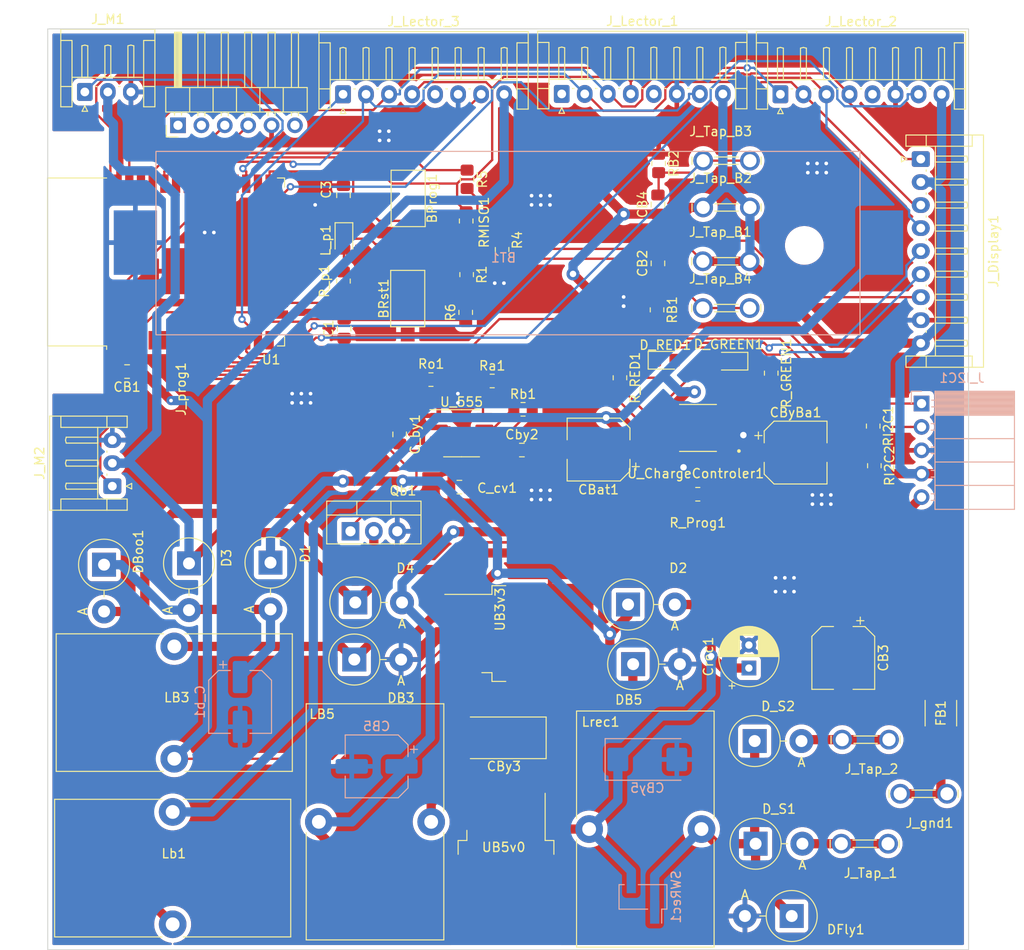
<source format=kicad_pcb>
(kicad_pcb (version 20211014) (generator pcbnew)
  (layers (0 "F.Cu" signal) (31 "B.Cu" signal) (34 "B.Paste" user) (35 "F.Paste" user) (36 "B.SilkS" user "B.Silkscreen") (37 "F.SilkS" user "F.Silkscreen") (38 "B.Mask" user) (39 "F.Mask" user) (44 "Edge.Cuts" user))
  (net 0 "")
  (net 1 "GND")
  (net 2 "Net-(BProg1-Pad1)")
  (net 3 "Net-(BRst1-Pad2)")
  (net 6 "/PowerModule/Battery Charge/Vo_bat")
  (net 7 "/En")
  (net 8 "/IO0")
  (net 9 "+3V3")
  (net 10 "/Butt_No_D")
  (net 11 "/Butt_D")
  (net 13 "/PowerModule/Buck5v0")
  (net 21 "/PowerModule/Boost_batt/TT")
  (net 22 "/PowerModule/Buck3v3/v_in")
  (net 23 "/PowerModule/Vo_rec")
  (net 24 "Net-(C_by1-Pad2)")
  (net 25 "/PowerModule/Boost5v0")
  (net 27 "Net-(C_cv1-Pad1)")
  (net 28 "+5V")
  (net 29 "Net-(DB3-Pad1)")
  (net 30 "Net-(DB5-Pad1)")
  (net 31 "Net-(DFly1-Pad1)")
  (net 32 "Net-(D_GREEN1-Pad1)")
  (net 33 "Net-(D_RED1-Pad1)")
  (net 34 "Net-(D_RED1-Pad2)")
  (net 35 "/PowerModule/Tap_1")
  (net 36 "/PowerModule/Tab_2")
  (net 37 "/PowerModule/R_Gnd")
  (net 38 "/MISO")
  (net 39 "/SCK")
  (net 40 "/MOSI")
  (net 41 "/D{slash}C")
  (net 42 "/Rst_D")
  (net 43 "/CS_Display")
  (net 44 "/I2C2")
  (net 45 "/I2C1")
  (net 46 "/CS_Lector1")
  (net 48 "/Rst_1")
  (net 49 "/CS_Lector2")
  (net 51 "/Rst_2")
  (net 52 "/CS_Lector3")
  (net 54 "/Rst_3")
  (net 55 "/PWM_M1")
  (net 56 "/PWM_M2")
  (net 59 "/Prog_Rx")
  (net 60 "/Prog_Tx")
  (net 62 "Net-(L_p1-Pad2)")
  (net 63 "/PowerModule/Boost_batt/PWM")
  (net 64 "Net-(Ra1-Pad2)")
  (net 65 "STDBY")
  (net 66 "/IO13")
  (net 67 "Net-(R_Prog1-Pad1)")
  (net 68 "CHRG")
  (net 69 "/CS_Lector_1")
  (net 71 "Net-(DBoo1-Pad2)")
  (footprint "Connector_JST:JST_EH_S8B-EH_1x08_P2.50mm_Horizontal" (layer "F.Cu") (at 151.524 47.4905)
    (fp_text reference "J_Lector_2")
    (fp_text value "Conn_01x08")
  )
  (footprint "Resistor_SMD:R_1812_4532Metric_Pad1.30x3.40mm_HandSolder" (layer "F.Cu") (at 168.95 114.7 90)
    (fp_text reference "FB1")
    (fp_text value "FerriteBead")
  )
  (footprint "Diode_THT:D_DO-201AE_P5.08mm_Vertical_AnodeUp" (layer "F.Cu") (at 96.15 98.35 -90)
    (fp_text reference "D1")
    (fp_text value "1N5822")
  )
  (footprint "Capacitor_SMD:C_0805_2012Metric_Pad1.18x1.45mm_HandSolder" (layer "F.Cu") (at 104.15 72.9375 90)
    (fp_text reference "C1")
    (fp_text value "100nF")
  )
  (footprint "Capacitor_SMD:C_0805_2012Metric_Pad1.18x1.45mm_HandSolder" (layer "F.Cu") (at 138.225 59.4625 90)
    (fp_text reference "CB4")
    (fp_text value "100nF")
  )
  (footprint "Capacitor_SMD:C_0805_2012Metric_Pad1.18x1.45mm_HandSolder" (layer "F.Cu") (at 80.575 77.6 180)
    (fp_text reference "CB1")
    (fp_text value "100nF")
  )
  (footprint "Connector_JST:JST_EH_S8B-EH_1x08_P2.50mm_Horizontal" (layer "F.Cu") (at 127.775 47.4525)
    (fp_text reference "J_Lector_1")
    (fp_text value "Conn_01x08")
  )
  (footprint "Diode_THT:D_DO-201AE_P5.08mm_Vertical_AnodeUp" (layer "F.Cu") (at 152.75 136.725 180)
    (fp_text reference "DFly1")
    (fp_text value "1N5822")
  )
  (footprint "Resistor_SMD:R_0805_2012Metric_Pad1.20x1.40mm_HandSolder" (layer "F.Cu") (at 120.225 78.625)
    (fp_text reference "Ra1")
    (fp_text value "47")
  )
  (footprint "Capacitor_Tantalum_SMD:CP_EIA-7343-43_Kemet-X_Pad2.25x2.55mm_HandSolder" (layer "F.Cu") (at 121.5 117.375 180)
    (fp_text reference "CBy3")
    (fp_text value "47u")
  )
  (footprint "Capacitor_SMD:C_0805_2012Metric_Pad1.18x1.45mm_HandSolder" (layer "F.Cu") (at 104.075 58.45 90)
    (fp_text reference "C3")
    (fp_text value "100nF")
  )
  (footprint "62409-1_Connector_Faston:TE_62409-1" (layer "F.Cu") (at 167.075 123.45 180)
    (fp_text reference "J_gnd1")
    (fp_text value "62409-1")
  )
  (footprint "Inductor_THT:L_Toroid_Vertical_L25.4mm_W14.7mm_P12.20mm_Vishay_TJ5_BigPads" (layer "F.Cu") (at 85.7 107.45)
    (fp_text reference "LB3")
    (fp_text value "100u")
  )
  (footprint "Inductor_THT:L_Toroid_Vertical_L25.4mm_W14.7mm_P12.20mm_Vishay_TJ5_BigPads" (layer "F.Cu") (at 85.525 125.425)
    (fp_text reference "Lb1")
    (fp_text value "100u")
  )
  (footprint "Diode_THT:D_DO-201AE_P5.08mm_Vertical_AnodeUp" (layer "F.Cu") (at 87.3 98.43 -90)
    (fp_text reference "D3")
    (fp_text value "1N5822")
  )
  (footprint "Connector_JST:JST_EH_S8B-EH_1x08_P2.50mm_Horizontal" (layer "F.Cu") (at 104.026 47.4905)
    (fp_text reference "J_Lector_3")
    (fp_text value "Conn_01x08")
  )
  (footprint "Resistor_SMD:R_0805_2012Metric_Pad1.20x1.40mm_HandSolder" (layer "F.Cu") (at 138.3 55 -90)
    (fp_text reference "RB2")
    (fp_text value "10K")
  )
  (footprint "Resistor_SMD:R_0805_2012Metric_Pad1.20x1.40mm_HandSolder" (layer "F.Cu") (at 161.6 83.525 -90)
    (fp_text reference "RI2C1")
    (fp_text value "10k")
  )
  (footprint "Capacitor_SMD:C_0805_2012Metric_Pad1.18x1.45mm_HandSolder" (layer "F.Cu") (at 138.225 65.85 90)
    (fp_text reference "CB2")
    (fp_text value "100nF")
  )
  (footprint "Resistor_SMD:R_0805_2012Metric_Pad1.20x1.40mm_HandSolder" (layer "F.Cu") (at 123.575 81.7)
    (fp_text reference "Rb1")
    (fp_text value "100")
  )
  (footprint "62409-1_Connector_Faston:TE_62409-1" (layer "F.Cu") (at 145.675 59.78)
    (fp_text reference "J_Tap_B2")
    (fp_text value "62409-1")
  )
  (footprint "Resistor_SMD:R_0805_2012Metric_Pad1.20x1.40mm_HandSolder" (layer "F.Cu") (at 117.35 71.175 90)
    (fp_text reference "R6")
    (fp_text value "220")
  )
  (footprint "Resistor_SMD:R_0805_2012Metric_Pad1.20x1.40mm_HandSolder" (layer "F.Cu") (at 134.1 78.275 -90)
    (fp_text reference "R_RED1")
    (fp_text value "1k")
  )
  (footprint "Connector_JST:JST_EH_S9B-EH_1x09_P2.50mm_Horizontal" (layer "F.Cu") (at 166.7675 54.525 -90)
    (fp_text reference "J_Display1")
    (fp_text value "Conn_01x09")
  )
  (footprint "Resistor_SMD:R_0805_2012Metric_Pad1.20x1.40mm_HandSolder" (layer "F.Cu") (at 117.5 56.725 -90)
    (fp_text reference "R5")
    (fp_text value "220")
  )
  (footprint "Capacitor_SMD:CP_Elec_6.3x5.8" (layer "F.Cu") (at 131.775 86.075 180)
    (fp_text reference "CBat1")
    (fp_text value "10u")
  )
  (footprint "TP4056_Bcharge:SOP127P600X175-9N" (layer "F.Cu") (at 142.575 83.725 180)
    (fp_text reference "U_ChargeControler1")
    (fp_text value "TP4056")
  )
  (footprint "62409-1_Connector_Faston:TE_62409-1" (layer "F.Cu") (at 145.675 54.7)
    (fp_text reference "J_Tap_B3")
    (fp_text value "62409-1")
  )
  (footprint "62409-1_Connector_Faston:TE_62409-1" (layer "F.Cu") (at 145.64 65.625)
    (fp_text reference "J_Tap_B1")
    (fp_text value "62409-1")
  )
  (footprint "Package_SO:SOIC-8_3.9x4.9mm_P1.27mm" (layer "F.Cu") (at 116.9 84.3)
    (fp_text reference "U_555")
    (fp_text value "LM555xM")
  )
  (footprint "LED_SMD:LED_0805_2012Metric_Pad1.15x1.40mm_HandSolder" (layer "F.Cu") (at 139.025 76.375)
    (fp_text reference "D_RED1")
    (fp_text value "LED")
  )
  (footprint "Capacitor_SMD:CP_Elec_6.3x5.8" (layer "F.Cu") (at 153.175 86.4)
    (fp_text reference "CByBa1")
    (fp_text value "10u")
  )
  (footprint "62409-1_Connector_Faston:TE_62409-1" (layer "F.Cu") (at 160.675 128.875 180)
    (fp_text reference "J_Tap_1")
    (fp_text value "62409-1")
  )
  (footprint "LED_SMD:LED_0805_2012Metric_Pad1.15x1.40mm_HandSolder" (layer "F.Cu") (at 104.125 63.3 -90)
    (fp_text reference "L_p1")
    (fp_text value "LED")
  )
  (footprint "Resistor_SMD:R_0805_2012Metric_Pad1.20x1.40mm_HandSolder" (layer "F.Cu") (at 142.55 90.925)
    (fp_text reference "R_Prog1")
    (fp_text value "10k")
  )
  (footprint "RF_Module:ESP32-WROOM-32" (layer "F.Cu") (at 87.8 65.7 90)
    (fp_text reference "U1")
    (fp_text value "ESP32-WROOM-32")
  )
  (footprint "Diode_THT:D_DO-201AE_P5.08mm_Vertical_AnodeUp" (layer "F.Cu") (at 78.075 98.575 -90)
    (fp_text reference "DBoo1")
    (fp_text value "1N5819")
  )
  (footprint "Capacitor_SMD:C_0805_2012Metric_Pad1.18x1.45mm_HandSolder" (layer "F.Cu") (at 116.6625 90.15 180)
    (fp_text reference "C_cv1")
    (fp_text value "10n")
  )
  (footprint "Diode_THT:D_DO-201AE_P5.08mm_Vertical_AnodeUp" (layer "F.Cu") (at 134.98 102.9)
    (fp_text reference "D2")
    (fp_text value "1N5822")
  )
  (footprint "LED_SMD:LED_0805_2012Metric_Pad1.15x1.40mm_HandSolder" (layer "F.Cu") (at 146.125 76.475 180)
    (fp_text reference "D_GREEN1")
    (fp_text value "LED")
  )
  (footprint "Package_TO_SOT_SMD:TO-263-5_TabPin3" (layer "F.Cu") (at 123.15 106.05)
    (fp_text reference "UB3v3")
    (fp_text value "LM2576S-5")
  )
  (footprint "Inductor_THT:L_Toroid_Vertical_L25.4mm_W14.7mm_P12.20mm_Vishay_TJ5_BigPads" (layer "F.Cu") (at 113.6 126.5 -90)
    (fp_text reference "LB5")
    (fp_text value "100u")
  )
  (footprint "Capacitor_THT:CP_Radial_D6.3mm_P2.50mm" (layer "F.Cu") (at 148.1 109.8 90)
    (fp_text reference "Crec1")
    (fp_text value "100u")
  )
  (footprint "Diode_THT:D_DO-201AE_P5.08mm_Vertical_AnodeUp" (layer "F.Cu") (at 148.83 128.875)
    (fp_text reference "D_S1")
    (fp_text value "1N5822")
  )
  (footprint "Resistor_SMD:R_0805_2012Metric_Pad1.20x1.40mm_HandSolder" (layer "F.Cu") (at 161.725 87.825 -90)
    (fp_text reference "RI2C2")
    (fp_text value "10k")
  )
  (footprint "Resistor_SMD:R_0805_2012Metric_Pad1.20x1.40mm_HandSolder" (layer "F.Cu") (at 121.3 64.35 -90)
    (fp_text reference "R4")
    (fp_text value "10K")
  )
  (footprint "Resistor_SMD:R_0805_2012Metric_Pad1.20x1.40mm_HandSolder" (layer "F.Cu") (at 104.075 67.775 -90)
    (fp_text reference "R_p1")
    (fp_text value "47")
  )
  (footprint "Button_Switch_SMD:SW_SPST_CK_RS282G05A3" (layer "F.Cu") (at 111.05 69.675 90)
    (fp_text reference "BRst1")
    (fp_text value "SW_DIP_x01")
  )
  (footprint "Button_Switch_SMD:SW_SPST_CK_RS282G05A3" (layer "F.Cu") (at 111.1 58.8 -90)
    (fp_text reference "BProg1")
    (fp_text value "SW_DIP_x02")
  )
  (footprint "Capacitor_SMD:C_0805_2012Metric_Pad1.18x1.45mm_HandSolder" (layer "F.Cu") (at 123.45 86.125)
    (fp_text reference "Cby2")
    (fp_text value "0.1u")
  )
  (footprint "Resistor_SMD:R_0805_2012Metric_Pad1.20x1.40mm_HandSolder" (layer "F.Cu") (at 150.525 77.775 -90)
    (fp_text reference "R_GREEN1")
    (fp_text value "1k")
  )
  (footprint "Package_TO_SOT_SMD:TO-263-5_TabPin3" (layer "F.Cu") (at 121.725 131.475 -90)
    (fp_text reference "UB5v0")
    (fp_text value "LM2576S-5")
  )
  (footprint "Resistor_SMD:R_0805_2012Metric_Pad1.20x1.40mm_HandSolder" (layer "F.Cu") (at 113.575 78.475 180)
    (fp_text reference "Ro1")
    (fp_text value "1k")
  )
  (footprint "Connector_JST:JST_EH_S3B-EH_1x03_P2.50mm_Horizontal" (layer "F.Cu") (at 78.975 90.05 90)
    (fp_text reference "J_M2")
    (fp_text value "Conn_01x03")
  )
  (footprint "Capacitor_SMD:C_0805_2012Metric_Pad1.18x1.45mm_HandSolder" (layer "F.Cu") (at 110.175 84.425 -90)
    (fp_text reference "C_by1")
    (fp_text value "10n")
  )
  (footprint "62409-1_Connector_Faston:TE_62409-1" (layer "F.Cu") (at 145.64 70.705)
    (fp_text reference "J_Tap_B4")
    (fp_text value "62409-1")
  )
  (footprint "Resistor_SMD:R_0805_2012Metric_Pad1.20x1.40mm_HandSolder" (layer "F.Cu") (at 117.4 61.25 -90)
    (fp_text reference "RMISO1")
    (fp_text value "10k")
  )
  (footprint "Connector_JST:JST_EH_S3B-EH_1x03_P2.50mm_Horizontal" (layer "F.Cu") (at 75.986 47.2365)
    (fp_text reference "J_M1")
    (fp_text value "Conn_01x03")
  )
  (footprint "Capacitor_SMD:CP_Elec_6.3x5.8" (layer "F.Cu") (at 158.35 108.7 -90)
    (fp_text reference "CB3")
    (fp_text value "22u")
  )
  (footprint "Connector_PinHeader_2.54mm:PinHeader_1x06_P2.54mm_Horizontal" (layer "F.Cu") (at 86.106 50.857 90)
    (fp_text reference "J_prog1")
    (fp_text value "Conn_01x06_Male")
  )
  (footprint "Diode_THT:D_DO-201AE_P5.08mm_Vertical_AnodeUp" (layer "F.Cu") (at 105.25 108.875)
    (fp_text reference "DB3")
    (fp_text value "1N5822")
  )
  (footprint "Package_TO_SOT_THT:TO-220-3_Vertical" (layer "F.Cu") (at 104.835 94.945)
    (fp_text reference "Qb1")
    (fp_text value "IRF740")
  )
  (footprint "Resistor_SMD:R_0805_2012Metric_Pad1.20x1.40mm_HandSolder" (layer "F.Cu") (at 117.45 67.075 -90)
    (fp_text reference "R1")
    (fp_text value "10K")
  )
  (footprint "Resistor_SMD:R_0805_2012Metric_Pad1.20x1.40mm_HandSolder" (layer "F.Cu") (at 138.125 70.9 -90)
    (fp_text reference "RB1")
    (fp_text value "10K")
  )
  (footprint "Diode_THT:D_DO-201AE_P5.08mm_Vertical_AnodeUp" (layer "F.Cu") (at 135.53 109.375)
    (fp_text reference "DB5")
    (fp_text value "1N5822")
  )
  (footprint "Inductor_THT:L_Toroid_Vertical_L25.4mm_W14.7mm_P12.20mm_Vishay_TJ5_BigPads" (layer "F.Cu") (at 142.954 127.284 -90)
    (fp_text reference "Lrec1")
    (fp_text value "440m")
  )
  (footprint "Diode_THT:D_DO-201AE_P5.08mm_Vertical_AnodeUp" (layer "F.Cu") (at 105.355 102.675)
    (fp_text reference "D4")
    (fp_text value "1N5822")
  )
  (footprint "62409-1_Connector_Faston:TE_62409-1" (layer "F.Cu") (at 160.775 117.575 180)
    (fp_text reference "J_Tap_2")
    (fp_text value "62409-1")
  )
  (footprint "Diode_THT:D_DO-201AE_P5.08mm_Vertical_AnodeUp" (layer "F.Cu") (at 148.73 117.725)
    (fp_text reference "D_S2")
    (fp_text value "1N5822")
  )
  (footprint "Battery:BatteryHolder_MPD_BH-18650-PC2" (layer "B.Cu") (at 159.15 63.875 180)
    (fp_text reference "BT1")
    (fp_text value "Battery_Cell")
  )
  (footprint "Capacitor_SMD:CP_Elec_6.3x5.8" (layer "B.Cu") (at 107.675 120.475 180)
    (fp_text reference "CB5")
    (fp_text value "22u")
  )
  (footprint "Capacitor_SMD:CP_Elec_6.3x5.8" (layer "B.Cu") (at 92.85 113.475 -90)
    (fp_text reference "C_b1")
    (fp_text value "C_Polarized")
  )
  (footprint "Connector_PinHeader_2.54mm:PinHeader_1x02_P2.54mm_Vertical_SMD_Pin1Left" (layer "B.Cu") (at 136.6 134.65 90)
    (fp_text reference "SWRec1")
    (fp_text value "SW_DIP_x01")
  )
  (footprint "Connector_PinSocket_2.54mm:PinSocket_1x05_P2.54mm_Horizontal" (layer "B.Cu") (at 166.85 81.075 180)
    (fp_text reference "J_I2C1")
    (fp_text value "Conn_01x05_Male")
  )
  (footprint "Capacitor_Tantalum_SMD:CP_EIA-7343-43_Kemet-X_Pad2.25x2.55mm_HandSolder" (layer "B.Cu") (at 137.075 119.725)
    (fp_text reference "CBy5")
    (fp_text value "47u")
  )
  (gr_rect (start 171.958 140.386) (end 71.958 40.386) (layer "Edge.Cuts") (width 0.1) (fill none))
  (segment (start 146.09 83.09) (end 147.5 84.5) (width 1) (layer "F.Cu") (net 1))
  (segment (start 145.05 83.09) (end 146.09 83.09) (width 1) (layer "F.Cu") (net 1))
  (segment (start 145.05 85.63) (end 142.68 88) (width 1) (layer "F.Cu") (net 1))
  (segment (start 142.68 88) (end 141 88) (width 1) (layer "F.Cu") (net 1))
  (via (at 151 100) (size 0.8) (drill 0.4) (layers "F.Cu" "B.Cu") (net 1))
  (via (at 147.5 84.5) (size 1.4) (drill 0.7) (layers "F.Cu" "B.Cu") (net 1))
  (via (at 156 92) (size 0.8) (drill 0.4) (layers "F.Cu" "B.Cu") (net 1))
  (via (at 99.5 81) (size 0.8) (drill 0.4) (layers "F.Cu" "B.Cu") (net 1))
  (via (at 89 62.5) (size 0.8) (drill 0.4) (layers "F.Cu" "B.Cu") (net 1))
  (via (at 152 100) (size 0.8) (drill 0.4) (layers "F.Cu" "B.Cu") (net 1))
  (via (at 155.5 56) (size 0.8) (drill 0.4) (layers "F.Cu" "B.Cu") (net 1))
  (via (at 126.5 59.5) (size 0.8) (drill 0.4) (layers "F.Cu" "B.Cu") (net 1))
  (via (at 108 52.5) (size 0.8) (drill 0.4) (layers "F.Cu" "B.Cu") (net 1))
  (via (at 157 92) (size 0.8) (drill 0.4) (layers "F.Cu" "B.Cu") (net 1))
  (via (at 154.5 56) (size 0.8) (drill 0.4) (layers "F.Cu" "B.Cu") (net 1))
  (via (at 134.5 69.5) (size 0.8) (drill 0.4) (layers "F.Cu" "B.Cu") (net 1))
  (via (at 108 51.5) (size 0.8) (drill 0.4) (layers "F.Cu" "B.Cu") (net 1))
  (via (at 116.5 81) (size 0.8) (drill 0.4) (layers "F.Cu" "B.Cu") (net 1))
  (via (at 124.5 58.5) (size 0.8) (drill 0.4) (layers "F.Cu" "B.Cu") (net 1))
  (via (at 90 62.5) (size 0.8) (drill 0.4) (layers "F.Cu" "B.Cu") (net 1))
  (via (at 124.5 59.5) (size 0.8) (drill 0.4) (layers "F.Cu" "B.Cu") (net 1))
  (via (at 153 100) (size 0.8) (drill 0.4) (layers "F.Cu" "B.Cu") (net 1))
  (via (at 156.5 55) (size 0.8) (drill 0.4) (layers "F.Cu" "B.Cu") (net 1))
  (via (at 126.5 58.5) (size 0.8) (drill 0.4) (layers "F.Cu" "B.Cu") (net 1))
  (via (at 141 88) (size 1.4) (drill 0.7) (layers "F.Cu" "B.Cu") (net 1))
  (via (at 98.5 81) (size 0.8) (drill 0.4) (layers "F.Cu" "B.Cu") (net 1))
  (via (at 155.999999 90.999999) (size 0.8) (drill 0.4) (layers "F.Cu" "B.Cu") (net 1))
  (via (at 109 52.5) (size 0.8) (drill 0.4) (layers "F.Cu" "B.Cu") (net 1))
  (via (at 100.5 81) (size 0.8) (drill 0.4) (layers "F.Cu" "B.Cu") (net 1))
  (via (at 125.5 90.5) (size 0.8) (drill 0.4) (layers "F.Cu" "B.Cu") (net 1))
  (via (at 124.5 91.5) (size 0.8) (drill 0.4) (layers "F.Cu" "B.Cu") (net 1))
  (via (at 134.5 70.5) (size 0.8) (drill 0.4) (layers "F.Cu" "B.Cu") (net 1))
  (via (at 121.5 68) (size 0.8) (drill 0.4) (layers "F.Cu" "B.Cu") (net 1))
  (via (at 120.5 68) (size 0.8) (drill 0.4) (layers "F.Cu" "B.Cu") (net 1))
  (via (at 155 92) (size 0.8) (drill 0.4) (layers "F.Cu" "B.Cu") (net 1))
  (via (at 153 101.5) (size 0.8) (drill 0.4) (layers "F.Cu" "B.Cu") (net 1))
  (via (at 152 101.5) (size 0.8) (drill 0.4) (layers "F.Cu" "B.Cu") (net 1))
  (via (at 100.5 80) (size 0.8) (drill 0.4) (layers "F.Cu" "B.Cu") (net 1))
  (via (at 101 59.5) (size 0.8) (drill 0.4) (layers "F.Cu" "B.Cu") (net 1))
  (via (at 151 101.5) (size 0.8) (drill 0.4) (layers "F.Cu" "B.Cu") (net 1))
  (via (at 156.5 56) (size 0.8) (drill 0.4) (layers "F.Cu" "B.Cu") (net 1))
  (via (at 98.5 80) (size 0.8) (drill 0.4) (layers "F.Cu" "B.Cu") (net 1))
  (via (at 154.5 55) (size 0.8) (drill 0.4) (layers "F.Cu" "B.Cu") (net 1))
  (via (at 125.5 59.5) (size 0.8) (drill 0.4) (layers "F.Cu" "B.Cu") (net 1))
  (via (at 99.5 80) (size 0.8) (drill 0.4) (layers "F.Cu" "B.Cu") (net 1))
  (via (at 134.5 70.5) (size 0.8) (drill 0.4) (layers "F.Cu" "B.Cu") (net 1))
  (via (at 124.5 90.5) (size 0.8) (drill 0.4) (layers "F.Cu" "B.Cu") (net 1))
  (via (at 155 91) (size 0.8) (drill 0.4) (layers "F.Cu" "B.Cu") (net 1))
  (via (at 157 91) (size 0.8) (drill 0.4) (layers "F.Cu" "B.Cu") (net 1))
  (via (at 125.5 58.5) (size 0.8) (drill 0.4) (layers "F.Cu" "B.Cu") (net 1))
  (via (at 126.5 91.5) (size 0.8) (drill 0.4) (layers "F.Cu" "B.Cu") (net 1))
  (via (at 155.5 55) (size 0.8) (drill 0.4) (layers "F.Cu" "B.Cu") (net 1))
  (via (at 125.5 91.5) (size 0.8) (drill 0.4) (layers "F.Cu" "B.Cu") (net 1))
  (via (at 109 51.5) (size 0.8) (drill 0.4) (layers "F.Cu" "B.Cu") (net 1))
  (via (at 126.5 90.5) (size 0.8) (drill 0.4) (layers "F.Cu" "B.Cu") (net 1))
  (via (at 116.5 80) (size 0.8) (drill 0.4) (layers "F.Cu" "B.Cu") (net 1))
  (segment (start 113.0003 55.725) (end 117.5 55.725) (width 0.25) (layer "F.Cu") (net 2))
  (segment (start 111.1 54.9) (end 112.1753 54.9) (width 0.25) (layer "F.Cu") (net 2))
  (segment (start 112.1753 54.9) (end 113.0003 55.725) (width 0.25) (layer "F.Cu") (net 2))
  (segment (start 112.1253 65.775) (end 116.5253 70.175) (width 0.25) (layer "F.Cu") (net 3))
  (segment (start 111.05 65.775) (end 112.1253 65.775) (width 0.25) (layer "F.Cu") (net 3))
  (segment (start 116.5253 70.175) (end 117.35 70.175) (width 0.25) (layer "F.Cu") (net 3))
  (segment (start 134.475 84.475) (end 132.6 82.6) (width 1) (layer "F.Cu") (net 6))
  (segment (start 140.1 81.1) (end 141.4 79.8) (width 1) (layer "F.Cu") (net 6))
  (segment (start 134.475 86.075) (end 134.475 84.475) (width 1) (layer "F.Cu") (net 6))
  (segment (start 140.1 81.82) (end 140.1 81.1) (width 1) (layer "F.Cu") (net 6))
  (segment (start 141.4 79.8) (end 142.2 79.8) (width 1) (layer "F.Cu") (net 6))
  (via (at 132.6 82.6) (size 1.4) (drill 0.7) (layers "F.Cu" "B.Cu") (net 6))
  (via (at 142.2 79.8) (size 1.4) (drill 0.7) (layers "F.Cu" "B.Cu") (net 6))
  (segment (start 104.8 92) (end 114.2 82.6) (width 1) (layer "B.Cu") (net 6))
  (segment (start 134.2 82.6) (end 138.8 78) (width 1) (layer "B.Cu") (net 6))
  (segment (start 100.8 114.4) (end 100.8 94.4) (width 1) (layer "B.Cu") (net 6))
  (segment (start 140.6 79.8) (end 138.8 78) (width 1) (layer "B.Cu") (net 6))
  (segment (start 85.525 125.425) (end 89.775 125.425) (width 1) (layer "B.Cu") (net 6))
  (segment (start 114.2 82.6) (end 134.2 82.6) (width 1) (layer "B.Cu") (net 6))
  (segment (start 89.775 125.425) (end 100.8 114.4) (width 1) (layer "B.Cu") (net 6))
  (segment (start 142.2 79.8) (end 140.6 79.8) (width 1) (layer "B.Cu") (net 6))
  (segment (start 143.6 73.2) (end 154 73.2) (width 1) (layer "B.Cu") (net 6))
  (segment (start 162.5028 64.6972) (end 162.5028 63.599) (width 1) (layer "B.Cu") (net 6))
  (segment (start 100.8 94.4) (end 103.2 92) (width 1) (layer "B.Cu") (net 6))
  (segment (start 103.2 92) (end 104.8 92) (width 1) (layer "B.Cu") (net 6))
  (segment (start 154 73.2) (end 162.5028 64.6972) (width 1) (layer "B.Cu") (net 6))
  (segment (start 138.8 78) (end 143.6 73.2) (width 1) (layer "B.Cu") (net 6))
  (segment (start 117.35 71.9991) (end 104.2491 71.9991) (width 0.25) (layer "F.Cu") (net 7))
  (segment (start 93.7125 71.1587) (end 94.7442 72.1904) (width 0.25) (layer "F.Cu") (net 7))
  (segment (start 118.4236 69.0486) (end 118.4236 70.9255) (width 0.25) (layer "F.Cu") (net 7))
  (segment (start 118.4236 70.9255) (end 117.35 71.9991) (width 0.25) (layer "F.Cu") (net 7))
  (segment (start 117.35 71.9991) (end 117.35 72.175) (width 0.25) (layer "F.Cu") (net 7))
  (segment (start 117.45 68.075) (end 118.4236 69.0486) (width 0.25) (layer "F.Cu") (net 7))
  (segment (start 100.0922 72.1904) (end 100.3826 71.9) (width 0.25) (layer "F.Cu") (net 7))
  (segment (start 82.085 72.8747) (end 83.801 71.1587) (width 0.25) (layer "F.Cu") (net 7))
  (segment (start 100.3826 71.9) (end 104.15 71.9) (width 0.25) (layer "F.Cu") (net 7))
  (segment (start 82.085 74.2) (end 82.085 72.8747) (width 0.25) (layer "F.Cu") (net 7))
  (segment (start 83.801 71.1587) (end 93.7125 71.1587) (width 0.25) (layer "F.Cu") (net 7))
  (segment (start 104.2491 71.9991) (end 104.15 71.9) (width 0.25) (layer "F.Cu") (net 7))
  (segment (start 94.7442 72.1904) (end 100.0922 72.1904) (width 0.25) (layer "F.Cu") (net 7))
  (segment (start 118.6185 60.6685) (end 118.0489 61.2381) (width 0.25) (layer "F.Cu") (net 8))
  (segment (start 118.0489 61.2381) (end 107.9396 61.2381) (width 0.25) (layer "F.Cu") (net 8))
  (segment (start 104.259 55.8747) (end 105.132 56.7477) (width 0.25) (layer "F.Cu") (net 8))
  (segment (start 96.055 55.8747) (end 104.259 55.8747) (width 0.25) (layer "F.Cu") (net 8))
  (segment (start 105.132 58.4305) (end 104.075 59.4875) (width 0.25) (layer "F.Cu") (net 8))
  (segment (start 96.055 57.2) (end 96.055 55.8747) (width 0.25) (layer "F.Cu") (net 8))
  (segment (start 107.9396 61.2381) (end 105.132 58.4305) (width 0.25) (layer "F.Cu") (net 8))
  (segment (start 121.3 63.35) (end 118.6185 60.6685) (width 0.25) (layer "F.Cu") (net 8))
  (segment (start 105.132 56.7477) (end 105.132 58.4305) (width 0.25) (layer "F.Cu") (net 8))
  (segment (start 118.6185 58.8435) (end 118.6185 60.6685) (width 0.25) (layer "F.Cu") (net 8))
  (segment (start 117.5 57.725) (end 118.6185 58.8435) (width 0.25) (layer "F.Cu") (net 8))
  (segment (start 169 89.5) (end 169 95.35) (width 1) (layer "F.Cu") (net 9))
  (segment (start 102.8497 119.65) (end 85.7 119.65) (width 0.25) (layer "F.Cu") (net 9))
  (segment (start 114.7497 107.75) (end 102.8497 119.65) (width 0.25) (layer "F.Cu") (net 9))
  (segment (start 137.1736 65.35) (end 137.1736 65.8361) (width 0.25) (layer "F.Cu") (net 9))
  (segment (start 160.825 88.825) (end 159.5 87.5) (width 1) (layer "F.Cu") (net 9))
  (segment (start 82.1962 77.6) (end 85.3467 80.7505) (width 1) (layer "F.Cu") (net 9))
  (segment (start 141 60.5) (end 138.225 60.5) (width 1) (layer "F.Cu") (net 9))
  (segment (start 169 95.35) (end 158.35 106) (width 1) (layer "F.Cu") (net 9))
  (segment (start 141.72 59.78) (end 141 60.5) (width 1) (layer "F.Cu") (net 9))
  (segment (start 129 67) (end 130.5 68.5) (width 1) (layer "F.Cu") (net 9))
  (segment (start 80.815 76.8025) (end 81.6125 77.6) (width 1) (layer "F.Cu") (net 9))
  (segment (start 141.3618 63.8868) (end 137.4906 63.8868) (width 0.25) (layer "F.Cu") (net 9))
  (segment (start 168.195 88.695) (end 169 89.5) (width 1) (layer "F.Cu") (net 9))
  (segment (start 118.175 65.35) (end 117.45 66.075) (width 1) (layer "F.Cu") (net 9))
  (segment (start 80.815 74.2) (end 80.815 76.8025) (width 1) (layer "F.Cu") (net 9))
  (segment (start 132 68.5) (end 133.6125 66.8875) (width 1) (layer "F.Cu") (net 9))
  (segment (start 130.5 68.5) (end 132 68.5) (width 1) (layer "F.Cu") (net 9))
  (segment (start 137.1736 65.8361) (end 138.225 66.8875) (width 0.25) (layer "F.Cu") (net 9))
  (segment (start 121.3 65.35) (end 118.175 65.35) (width 1) (layer "F.Cu") (net 9))
  (segment (start 148.18 65.625) (end 157.08 74.525) (width 1) (layer "F.Cu") (net 9))
  (segment (start 148.18 65.625) (end 143.1 65.625) (width 1) (layer "F.Cu") (net 9))
  (segment (start 133.6125 66.8875) (end 138.225 66.8875) (width 1) (layer "F.Cu") (net 9))
  (segment (start 117.375 107.75) (end 114.7497 107.75) (width 0.25) (layer "F.Cu") (net 9))
  (segment (start 160.475 84.525) (end 161.6 84.525) (width 1) (layer "F.Cu") (net 9))
  (segment (start 138.225 60.5) (end 134.5355 60.5) (width 1) (layer "F.Cu") (net 9))
  (segment (start 159.5 85.5) (end 160.475 84.525) (width 1) (layer "F.Cu") (net 9))
  (segment (start 161.855 88.695) (end 161.725 88.825) (width 1) (layer "F.Cu") (net 9))
  (segment (start 166.85 88.695) (end 168.195 88.695) (width 1) (layer "F.Cu") (net 9))
  (segment (start 81.6125 77.6) (end 82.1962 77.6) (width 1) (layer "F.Cu") (net 9))
  (segment (start 166.85 88.695) (end 161.855 88.695) (width 1) (layer "F.Cu") (net 9))
  (segment (start 143.135 59.78) (end 141.72 59.78) (width 1) (layer "F.Cu") (net 9))
  (segment (start 137.1736 64.2038) (end 137.1736 65.35) (width 0.25) (layer "F.Cu") (net 9))
  (segment (start 157.08 74.525) (end 166.7675 74.525) (width 1) (layer "F.Cu") (net 9))
  (segment (start 134.5355 60.5) (end 121.526 47.4905) (width 1) (layer "F.Cu") (net 9))
  (segment (start 159.5 87.5) (end 159.5 85.5) (width 1) (layer "F.Cu") (net 9))
  (segment (start 137.4906 63.8868) (end 137.1736 64.2038) (width 0.25) (layer "F.Cu") (net 9))
  (segment (start 121.3 65.35) (end 137.1736 65.35) (width 0.25) (layer "F.Cu") (net 9))
  (segment (start 143.1 65.625) (end 141.3618 63.8868) (width 0.25) (layer "F.Cu") (net 9))
  (segment (start 161.725 88.825) (end 160.825 88.825) (width 1) (layer "F.Cu") (net 9))
  (via (at 129 67) (size 1.4) (drill 0.7) (layers "F.Cu" "B.Cu") (net 9))
  (via (at 85.3467 80.7505) (size 0.8) (drill 0.4) (layers "F.Cu" "B.Cu") (net 9))
  (via (at 134.5 60.5) (size 1.4) (drill 0.7) (layers "F.Cu" "B.Cu") (net 9))
  (segment (start 166.7675 74.525) (end 166.7675 75.1126) (width 0.25) (layer "B.Cu") (net 9))
  (segment (start 169 58) (end 168.025 57.025) (width 1) (layer "B.Cu") (net 9))
  (segment (start 85.3467 80.7505) (end 87.2505 80.7505) (width 1) (layer "B.Cu") (net 9))
  (segment (start 146.075 57.64) (end 145.275 57.64) (width 1) (layer "B.Cu") (net 9))
  (segment (start 148.215 59.78) (end 146.075 57.64) (width 1) (layer "B.Cu") (net 9))
  (segment (start 89.299511 116.050489) (end 85.7 119.65) (width 1) (layer "B.Cu") (net 9))
  (segment (start 166.85 88.695) (end 166.85 88.35) (width 0.25) (layer "B.Cu") (net 9))
  (segment (start 169 72.2925) (end 169 58) (width 1) (layer "B.Cu") (net 9))
  (segment (start 87.2505 80.7505) (end 89.299511 82.799511) (width 1) (layer "B.Cu") (net 9))
  (segment (start 166.7675 57.025) (end 168.4925 57.025) (width 1) (layer "B.Cu") (net 9))
  (segment (start 148.215 59.78) (end 148.215 65.59) (width 1) (layer "B.Cu") (net 9))
  (segment (start 165.195 88.695) (end 164.5 88) (width 1) (layer "B.Cu") (net 9))
  (segment (start 168.025 57.025) (end 166.7675 57.025) (width 1) (layer "B.Cu") (net 9))
  (segment (start 145.275 57.64) (end 143.135 59.78) (width 1) (layer "B.Cu") (net 9))
  (segment (start 148.215 65.59) (end 148.18 65.625) (width 1) (layer "B.Cu") (net 9))
  (segment (start 168.4925 57.025) (end 169.024 56.4935) (width 1) (layer "B.Cu") (net 9))
  (segment (start 166.7675 57.025) (end 166.7675 57.4241) (width 0.25) (layer "B.Cu") (net 9))
  (segment (start 169.024 56.4935) (end 169.024 47.4905) (width 1) (layer "B.Cu") (net 9))
  (segment (start 166.7675 74.525) (end 169 72.2925) (width 1) (layer "B.Cu") (net 9))
  (segment (start 111 59) (end 119.5 59) (width 1) (layer "B.Cu") (net 9))
  (segment (start 145.275 47.4525) (end 145.275 57.64) (width 1) (layer "B.Cu") (net 9))
  (segment (start 121.526 56.974) (end 121.526 47.4905) (width 1) (layer "B.Cu") (net 9))
  (segment (start 164.5 88) (end 164.5 76.7925) (width 1) (layer "B.Cu") (net 9))
  (segment (start 166.85 88.695) (end 165.195 88.695) (width 1) (layer "B.Cu") (net 9))
  (segment (start 119.5 59) (end 121.526 56.974) (width 1) (layer "B.Cu") (net 9))
  (segment (start 89.299511 82.799511) (end 89.299511 80.700489) (width 1) (layer "B.Cu") (net 9))
  (segment (start 89.299511 80.700489) (end 111 59) (width 1) (layer "B.Cu") (net 9))
  (segment (start 89.299511 82.799511) (end 89.299511 116.050489) (width 1) (layer "B.Cu") (net 9))
  (segment (start 164.5 76.7925) (end 166.7675 74.525) (width 1) (layer "B.Cu") (net 9))
  (segment (start 134.5 60.5) (end 129 66) (width 1) (layer "B.Cu") (net 9))
  (segment (start 129 66) (end 129 67) (width 1) (layer "B.Cu") (net 9))
  (segment (start 145.0823 57.8328) (end 145.0822 57.8328) (width 0.25) (layer "B.Cu") (net 9))
  (segment (start 141.21 68.815) (end 141.21 67.7975) (width 0.25) (layer "F.Cu") (net 10))
  (segment (start 99.0444 76.6) (end 100.7156 74.9288) (width 0.25) (layer "F.Cu") (net 10))
  (segment (start 141.21 68.815) (end 138.125 71.9) (width 0.25) (layer "F.Cu") (net 10))
  (segment (start 148.18 70.705) (end 143.1 70.705) (width 0.25) (layer "F.Cu") (net 10))
  (segment (start 121.0082 71.9) (end 138.125 71.9) (width 0.25) (layer "F.Cu") (net 10))
  (segment (start 90.975 75.5253) (end 92.0497 76.6) (width 0.25) (layer "F.Cu") (net 10))
  (segment (start 100.7156 74.9288) (end 117.9794 74.9288) (width 0.25) (layer "F.Cu") (net 10))
  (segment (start 141.21 67.7975) (end 138.225 64.8125) (width 0.25) (layer "F.Cu") (net 10))
  (segment (start 90.975 74.2) (end 90.975 75.5253) (width 0.25) (layer "F.Cu") (net 10))
  (segment (start 92.0497 76.6) (end 99.0444 76.6) (width 0.25) (layer "F.Cu") (net 10))
  (segment (start 141.21 68.815) (end 143.1 70.705) (width 0.25) (layer "F.Cu") (net 10))
  (segment (start 117.9794 74.9288) (end 121.0082 71.9) (width 0.25) (layer "F.Cu") (net 10))
  (segment (start 101.0842 73.9233) (end 101.6832 73.9233) (width 0.25) (layer "F.Cu") (net 11))
  (segment (start 92.245 74.2) (end 92.245 75.5253) (width 0.25) (layer "F.Cu") (net 11))
  (segment (start 141.835 56) (end 138.3 56) (width 0.25) (layer "F.Cu") (net 11))
  (segment (start 92.245 75.5253) (end 92.87018 76.15048) (width 0.25) (layer "F.Cu") (net 11))
  (segment (start 148.215 54.7) (end 143.135 54.7) (width 0.25) (layer "F.Cu") (net 11))
  (segment (start 138.3 58.35) (end 138.225 58.425) (width 0.25) (layer "F.Cu") (net 11))
  (segment (start 98.85702 76.15048) (end 101.0842 73.9233) (width 0.25) (layer "F.Cu") (net 11))
  (segment (start 92.87018 76.15048) (end 98.85702 76.15048) (width 0.25) (layer "F.Cu") (net 11))
  (segment (start 138.3 56) (end 138.3 58.35) (width 0.25) (layer "F.Cu") (net 11))
  (segment (start 143.135 54.7) (end 141.835 56) (width 0.25) (layer "F.Cu") (net 11))
  (via (at 101.6832 73.9233) (size 0.8) (drill 0.4) (layers "F.Cu" "B.Cu") (net 11))
  (segment (start 123.9117 73.9233) (end 143.135 54.7) (width 0.25) (layer "B.Cu") (net 11))
  (segment (start 101.6832 73.9233) (end 123.9117 73.9233) (width 0.25) (layer "B.Cu") (net 11))
  (segment (start 102.925 129.2) (end 100.975 127.25) (width 1) (layer "F.Cu") (net 13))
  (segment (start 145 95) (end 150.5 89.5) (width 1) (layer "F.Cu") (net 13))
  (segment (start 145.1 81.77) (end 145.05 81.82) (width 1) (layer "F.Cu") (net 13))
  (segment (start 150.5 89.5) (end 150.5 86.425) (width 1) (layer "F.Cu") (net 13))
  (segment (start 120.025 128.249022) (end 119.074022 129.2) (width 1) (layer "F.Cu") (net 13))
  (segment (start 150.5 86.425) (end 150.475 86.4) (width 1) (layer "F.Cu") (net 13))
  (segment (start 145.1 76.475) (end 145.1 81.77) (width 1) (layer "F.Cu") (net 13))
  (segment (start 150.475 86.4) (end 150.475 84.475) (width 1) (layer "F.Cu") (net 13))
  (segment (start 120.025 125.7) (end 120.025 128.249022) (width 1) (layer "F.Cu") (net 13))
  (segment (start 150.475 84.475) (end 147.82 81.82) (width 1) (layer "F.Cu") (net 13))
  (segment (start 147.82 81.82) (end 145.05 81.82) (width 1) (layer "F.Cu") (net 13))
  (segment (start 119.074022 129.2) (end 102.925 129.2) (width 1) (layer "F.Cu") (net 13))
  (segment (start 116 95) (end 145 95) (width 1) (layer "F.Cu") (net 13))
  (via (at 116 95) (size 1.4) (drill 0.7) (layers "F.Cu" "B.Cu") (net 13))
  (segment (start 113.5 117.35) (end 113.5 105.74) (width 1) (layer "B.Cu") (net 13))
  (segment (start 110.375 120.475) (end 113.5 117.35) (width 1) (layer "B.Cu") (net 13))
  (segment (start 110.435 102.675) (end 110.435 100.565) (width 1) (layer "B.Cu") (net 13))
  (segment (start 113.5 105.74) (end 110.435 102.675) (width 1) (layer "B.Cu") (net 13))
  (segment (start 110.375 120.475) (end 110.375 121.125) (width 1) (layer "B.Cu") (net 13))
  (segment (start 105 126.5) (end 101.4 126.5) (width 1) (layer "B.Cu") (net 13))
  (segment (start 110.375 121.125) (end 105 126.5) (width 1) (layer "B.Cu") (net 13))
  (segment (start 110.435 100.565) (end 116 95) (width 1) (layer "B.Cu") (net 13))
  (segment (start 122.4125 86.125) (end 121.3273 85.0398) (width 0.25) (layer "F.Cu") (net 21))
  (segment (start 121.3273 84.9477) (end 124.575 81.7) (width 0.25) (layer "F.Cu") (net 21))
  (segment (start 121.3146 84.935) (end 121.3273 84.9477) (width 0.25) (layer "F.Cu") (net 21))
  (segment (start 115.6124 83.665) (end 114.425 83.665) (width 0.25) (layer "F.Cu") (net 21))
  (segment (start 121.3273 85.0398) (end 121.3273 84.9477) (width 0.25) (layer "F.Cu") (net 21))
  (segment (start 119.375 84.935) (end 121.3146 84.935) (width 0.25) (layer "F.Cu") (net 21))
  (segment (start 116.8824 84.935) (end 115.6124 83.665) (width 0.25) (layer "F.Cu") (net 21))
  (segment (start 119.375 84.935) (end 116.8824 84.935) (width 0.25) (layer "F.Cu") (net 21))
  (segment (start 124.7 117.375) (end 126.699022 117.375) (width 1) (layer "F.Cu") (net 22))
  (segment (start 120.8 99.5) (end 120.525 99.5) (width 1) (layer "F.Cu") (net 22))
  (segment (start 104 89.5) (end 110.5 89.5) (width 1) (layer "F.Cu") (net 22))
  (segment (start 133 111.074022) (end 133 106.1) (width 1) (layer "F.Cu") (net 22))
  (segment (start 120.525 99.5) (end 117.375 102.65) (width 1) (layer "F.Cu") (net 22))
  (segment (start 126.699022 117.375) (end 133 111.074022) (width 1) (layer "F.Cu") (net 22))
  (segment (start 134.98 104.12) (end 133 106.1) (width 1) (layer "F.Cu") (net 22))
  (segment (start 134.98 102.9) (end 134.98 104.12) (width 1) (layer "F.Cu") (net 22))
  (via (at 133 106.1) (size 1.4) (drill 0.7) (layers "F.Cu" "B.Cu") (net 22))
  (via (at 120.8 99.5) (size 1.4) (drill 0.7) (layers "F.Cu" "B.Cu") (net 22))
  (via (at 104 89.5) (size 1.4) (drill 0.7) (layers "F.Cu" "B.Cu") (net 22))
  (via (at 110.5 89.5) (size 1.4) (drill 0.7) (layers "F.Cu" "B.Cu") (net 22))
  (segment (start 102 89.5) (end 96.15 95.35) (width 1) (layer "B.Cu") (net 22))
  (segment (start 126.4 99.5) (end 120.7 99.5) (width 1) (layer "B.Cu") (net 22))
  (segment (start 110.5 89.5) (end 114.5 89.5) (width 1) (layer "B.Cu") (net 22))
  (segment (start 120.8 95.8) (end 120.8 99.5) (width 1) (layer "B.Cu") (net 22))
  (segment (start 133 106.1) (end 126.4 99.5) (width 1) (layer "B.Cu") (net 22))
  (segment (start 114.5 89.5) (end 120.8 95.8) (width 1) (layer "B.Cu") (net 22))
  (segment (start 104 89.5) (end 102 89.5) (width 1) (layer "B.Cu") (net 22))
  (segment (start 96.15 95.35) (end 96.15 98.35) (width 1) (layer "B.Cu") (net 22))
  (segment (start 144 105) (end 144 108.5) (width 1) (layer "F.Cu") (net 23))
  (segment (start 126.709 127.284) (end 125.125 125.7) (width 1) (layer "F.Cu") (net 23))
  (segment (start 130.754 127.284) (end 126.709 127.284) (width 1) (layer "F.Cu") (net 23))
  (segment (start 140.06 102.9) (end 141.9 102.9) (width 1) (layer "F.Cu") (net 23))
  (segment (start 144 108.5) (end 145.3 109.8) (width 1) (layer "F.Cu") (net 23))
  (segment (start 145.3 109.8) (end 148.1 109.8) (width 1) (layer "F.Cu") (net 23))
  (segment (start 141.9 102.9) (end 144 105) (width 1) (layer "F.Cu") (net 23))
  (via (at 144 108.5) (size 1.4) (drill 0.7) (layers "F.Cu" "B.Cu") (net 23))
  (segment (start 133.875 119.725) (end 138.6 115) (width 1) (layer "B.Cu") (net 23))
  (segment (start 138.6 115) (end 141.5 115) (width 1) (layer "B.Cu") (net 23))
  (segment (start 133.875 119.725) (end 133.875 124.163) (width 1) (layer "B.Cu") (net 23))
  (segment (start 135.33 131.86) (end 130.754 127.284) (width 1) (layer "B.Cu") (net 23))
  (segment (start 144 112.5) (end 144 108.5) (width 1) (layer "B.Cu") (net 23))
  (segment (start 141.5 115) (end 144 112.5) (width 1) (layer "B.Cu") (net 23))
  (segment (start 133.875 124.163) (end 130.754 127.284) (width 1) (layer "B.Cu") (net 23))
  (segment (start 135.33 132.995) (end 135.33 131.86) (width 1) (layer "B.Cu") (net 23))
  (segment (start 109.1228 84.4103) (end 110.175 85.4625) (width 0.25) (layer "F.Cu") (net 24))
  (segment (start 110.9175 86.205) (end 114.425 86.205) (width 0.25) (layer "F.Cu") (net 24))
  (segment (start 114.575 78.475) (end 112.7392 80.3108) (width 0.25) (layer "F.Cu") (net 24))
  (segment (start 112.7392 80.3108) (end 111.5793 80.3108) (width 0.25) (layer "F.Cu") (net 24))
  (segment (start 119.225 82.245) (end 119.375 82.395) (width 0.25) (layer "F.Cu") (net 24))
  (segment (start 110.175 85.4625) (end 110.9175 86.205) (width 0.25) (layer "F.Cu") (net 24))
  (segment (start 109.1228 82.7673) (end 109.1228 84.4103) (width 0.25) (layer "F.Cu") (net 24))
  (segment (start 119.075 78.475) (end 119.225 78.625) (width 0.25) (layer "F.Cu") (net 24))
  (segment (start 111.5793 80.3108) (end 109.1228 82.7673) (width 0.25) (layer "F.Cu") (net 24))
  (segment (start 119.225 78.625) (end 119.225 82.245) (width 0.25) (layer "F.Cu") (net 24))
  (segment (start 114.575 78.475) (end 119.075 78.475) (width 0.25) (layer "F.Cu") (net 24))
  (segment (start 87.38 103.43) (end 87.3 103.51) (width 1) (layer "F.Cu") (net 25))
  (segment (start 96.15 103.43) (end 87.38 103.43) (width 1) (layer "F.Cu") (net 25))
  (segment (start 84.86 103.51) (end 87.3 103.51) (width 1) (layer "B.Cu") (net 25))
  (segment (start 78.075 98.575) (end 79.925 98.575) (width 1) (layer "B.Cu") (net 25))
  (segment (start 79.925 98.575) (end 84.86 103.51) (width 1) (layer "B.Cu") (net 25))
  (segment (start 96.15 107.475) (end 92.85 110.775) (width 1) (layer "B.Cu") (net 25))
  (segment (start 96.15 103.43) (end 96.15 107.475) (width 1) (layer "B.Cu") (net 25))
  (segment (start 119.375 88.475) (end 119.375 86.205) (width 0.25) (layer "F.Cu") (net 27))
  (segment (start 117.7 90.15) (end 119.375 88.475) (width 0.25) (layer "F.Cu") (net 27))
  (segment (start 105.355 102.675) (end 108.93 99.1) (width 1) (layer "F.Cu") (net 28))
  (segment (start 105.355 102.675) (end 97.78 95.1) (width 1) (layer "F.Cu") (net 28))
  (segment (start 97.78 95.1) (end 90.63 95.1) (width 1) (layer "F.Cu") (net 28))
  (segment (start 114.432863 99.1) (end 116.232863 97.3) (width 1) (layer "F.Cu") (net 28))
  (segment (start 90.63 95.1) (end 87.3 98.43) (width 1) (layer "F.Cu") (net 28))
  (segment (start 108.93 99.1) (end 114.432863 99.1) (width 1) (layer "F.Cu") (net 28))
  (segment (start 160.785 97.3) (end 166.85 91.235) (width 1) (layer "F.Cu") (net 28))
  (segment (start 116.232863 97.3) (end 160.785 97.3) (width 1) (layer "F.Cu") (net 28))
  (segment (start 83.2 55.8) (end 80.1 55.8) (width 1) (layer "B.Cu") (net 28))
  (segment (start 87.3 98.43) (end 87.3 93.9) (width 1) (layer "B.Cu") (net 28))
  (segment (start 83.8 71.5) (end 85.8 69.5) (width 1) (layer "B.Cu") (net 28))
  (segment (start 85.8 69.5) (end 85.8 58.4) (width 1) (layer "B.Cu") (net 28))
  (segment (start 79.1 50.7) (end 78.486 50.086) (width 1) (layer "B.Cu") (net 28))
  (segment (start 83.8 84.2) (end 83.8 71.5) (width 1) (layer "B.Cu") (net 28))
  (segment (start 85.8 58.4) (end 83.2 55.8) (width 1) (layer "B.Cu") (net 28))
  (segment (start 80.95 87.55) (end 78.975 87.55) (width 1) (layer "B.Cu") (net 28))
  (segment (start 79.1 54.8) (end 79.1 50.7) (width 1) (layer "B.Cu") (net 28))
  (segment (start 80.45 87.55) (end 83.8 84.2) (width 1) (layer "B.Cu") (net 28))
  (segment (start 87.3 93.9) (end 80.95 87.55) (width 1) (layer "B.Cu") (net 28))
  (segment (start 80.1 55.8) (end 79.1 54.8) (width 1) (layer "B.Cu") (net 28))
  (segment (start 78.975 87.55) (end 80.45 87.55) (width 1) (layer "B.Cu") (net 28))
  (segment (start 78.486 50.086) (end 78.486 47.2365) (width 1) (layer "B.Cu") (net 28))
  (segment (start 113.65 104.35) (end 112 106) (width 1) (layer "F.Cu") (net 29))
  (segment (start 112 106) (end 108.125 106) (width 1) (layer "F.Cu") (net 29))
  (segment (start 108.125 106) (end 105.25 108.875) (width 1) (layer "F.Cu") (net 29))
  (segment (start 117.375 104.35) (end 113.65 104.35) (width 1) (layer "F.Cu") (net 29))
  (segment (start 103.825 107.45) (end 105.25 108.875) (width 1) (layer "F.Cu") (net 29))
  (segment (start 85.7 107.45) (end 103.825 107.45) (width 1) (layer "F.Cu") (net 29))
  (segment (start 124.325 121.5) (end 116.6 121.5) (width 1) (layer "F.Cu") (net 30))
  (segment (start 126.5 121.5) (end 135.5 112.5) (width 1) (layer "F.Cu") (net 30))
  (segment (start 124.325 121.5) (end 126.5 121.5) (width 1) (layer "F.Cu") (net 30))
  (segment (start 135.5 112.5) (end 135.5 109.97) (width 1) (layer "F.Cu") (net 30))
  (segment (start 135.5 109.97) (end 134.905 109.375) (width 1) (layer "F.Cu") (net 30))
  (segment (start 116.6 121.5) (end 113.6 124.5) (width 1) (layer "F.Cu") (net 30))
  (segment (start 123.425 125.7) (end 123.425 122.4) (width 1) (layer "F.Cu") (net 30))
  (segment (start 113.6 124.5) (end 113.6 126.5) (width 1) (layer "F.Cu") (net 30))
  (segment (start 123.425 122.4) (end 124.325 121.5) (width 1) (layer "F.Cu") (net 30))
  (segment (start 148.83 132.805) (end 152.75 136.725) (width 1) (layer "F.Cu") (net 31))
  (segment (start 148.83 128.875) (end 148.83 132.805) (width 1) (layer "F.Cu") (net 31))
  (segment (start 148.73 117.725) (end 148.73 128.775) (width 1) (layer "F.Cu") (net 31))
  (segment (start 144.545 128.875) (end 142.954 127.284) (width 1) (layer "F.Cu") (net 31))
  (segment (start 148.83 128.875) (end 144.545 128.875) (width 1) (layer "F.Cu") (net 31))
  (segment (start 148.73 128.775) (end 148.83 128.875) (width 1) (layer "F.Cu") (net 31))
  (segment (start 137.87 132.368) (end 142.954 127.284) (width 1) (layer "B.Cu") (net 31))
  (segment (start 137.87 136.305) (end 137.87 132.368) (width 1) (layer "B.Cu") (net 31))
  (segment (start 147.45 76.775) (end 147.15 76.475) (width 0.25) (layer "F.Cu") (net 32))
  (segment (start 150.525 76.775) (end 147.45 76.775) (width 0.25) (layer "F.Cu") (net 32))
  (segment (start 137.1 77.275) (end 138 76.375) (width 0.25) (layer "F.Cu") (net 33))
  (segment (start 134.1 77.275) (end 137.1 77.275) (width 0.25) (layer "F.Cu") (net 33))
  (segment (start 133.0735 79.8758) (end 138.8277 85.63) (width 0.25) (layer "F.Cu") (net 34))
  (segment (start 133.4707 78.275) (end 133.0735 78.6722) (width 0.25) (layer "F.Cu") (net 34))
  (segment (start 133.0735 78.6722) (end 133.0735 79.8758) (width 0.25) (layer "F.Cu") (net 34))
  (segment (start 140.05 76.375) (end 138.15 78.275) (width 0.25) (layer "F.Cu") (net 34))
  (segment (start 138.8277 85.63) (end 140.1 85.63) (width 0.25) (layer "F.Cu") (net 34))
  (segment (start 138.15 78.275) (end 133.4707 78.275) (width 0.25) (layer "F.Cu") (net 34))
  (segment (start 163.215 128.875) (end 158.135 128.875) (width 1) (layer "F.Cu") (net 35))
  (segment (start 158.135 128.875) (end 153.91 128.875) (width 1) (layer "F.Cu") (net 35))
  (segment (start 163.315 117.575) (end 158.235 117.575) (width 1) (layer "F.Cu") (net 36))
  (segment (start 158.235 117.575) (end 153.96 117.575) (width 1) (layer "F.Cu") (net 36))
  (segment (start 153.96 117.575) (end 153.81 117.725) (width 1) (layer "F.Cu") (net 36))
  (segment (start 164.535 123.45) (end 168.95 123.45) (width 1) (layer "F.Cu") (net 37))
  (segment (start 168.95 116.925) (end 168.95 123.45) (width 1) (layer "F.Cu") (net 37))
  (segment (start 168.95 123.45) (end 169.615 123.45) (width 0.25) (layer "F.Cu") (net 37))
  (segment (start 118.1164 56.725) (end 116.8762 56.725) (width 0.25) (layer "F.Cu") (net 38))
  (segment (start 135.275 46.1248) (end 134.7502 45.6) (width 0.25) (layer "F.Cu") (net 38))
  (segment (start 147.6202 45.3446) (end 147.5008 45.2252) (width 0.25) (layer "F.Cu") (net 38))
  (segment (start 111.526 47.4905) (end 112.846 46.1705) (width 0.25) (layer "F.Cu") (net 38))
  (segment (start 147.5008 45.2252) (end 136.1746 45.2252) (width 0.25) (layer "F.Cu") (net 38))
  (segment (start 135.275 46.1248) (end 135.275 47.4525) (width 0.25) (layer "F.Cu") (net 38))
  (segment (start 159.024 48.424) (end 165.125 54.525) (width 0.25) (layer "F.Cu") (net 38))
  (segment (start 120.223 54.6184) (end 118.1164 56.725) (width 0.25) (layer "F.Cu") (net 38))
  (segment (start 156.7587 45.2252) (end 148.3405 45.2252) (width 0.25) (layer "F.Cu") (net 38))
  (segment (start 148.2211 45.3446) (end 147.6202 45.3446) (width 0.25) (layer "F.Cu") (net 38))
  (segment (start 106.5059 54.3442) (end 89.9655 54.3442) (width 0.25) (layer "F.Cu") (net 38))
  (segment (start 117.4 60.25) (end 116.4156 59.2656) (width 0.25) (layer "F.Cu") (net 38))
  (segment (start 116.4156 57.1856) (end 109.3473 57.1856) (width 0.25) (layer "F.Cu") (net 38))
  (segment (start 116.8762 56.725) (end 116.4156 57.1856) (width 0.25) (layer "F.Cu") (net 38))
  (segment (start 89.9655 54.3442) (end 88.435 55.8747) (width 0.25) (layer "F.Cu") (net 38))
  (segment (start 134.7502 45.6) (end 121.4606 45.6) (width 0.25) (layer "F.Cu") (net 38))
  (segment (start 112.846 46.1705) (end 119.5559 46.1705) (width 0.25) (layer "F.Cu") (net 38))
  (segment (start 88.435 57.2) (end 88.435 55.8747) (width 0.25) (layer "F.Cu") (net 38))
  (segment (start 148.3405 45.2252) (end 148.2211 45.3446) (width 0.25) (layer "F.Cu") (net 38))
  (segment (start 109.3473 57.1856) (end 106.5059 54.3442) (width 0.25) (layer "F.Cu") (net 38))
  (segment (start 120.223 46.8376) (end 120.223 54.6184) (width 0.25) (layer "F.Cu") (net 38))
  (segment (start 159.024 47.4905) (end 156.7587 45.2252) (width 0.25) (layer "F.Cu") (net 38))
  (segment (start 119.5559 46.1705) (end 120.223 46.8376) (width 0.25) (layer "F.Cu") (net 38))
  (segment (start 165.125 54.525) (end 166.7675 54.525) (width 0.25) (layer "F.Cu") (net 38))
  (segment (start 159.024 47.4905) (end 159.024 48.424) (width 0.25) (layer "F.Cu") (net 38))
  (segment (start 136.1746 45.2252) (end 135.275 46.1248) (width 0.25) (layer "F.Cu") (net 38))
  (segment (start 116.4156 59.2656) (end 116.4156 57.1856) (width 0.25) (layer "F.Cu") (net 38))
  (segment (start 121.4606 45.6) (end 120.223 46.8376) (width 0.25) (layer "F.Cu") (net 38))
  (segment (start 139.025 48.0019) (end 139.025 46.8457) (width 0.25) (layer "F.Cu") (net 39))
  (segment (start 98.6206 55.0906) (end 98.3521 54.8221) (width 0.25) (layer "F.Cu") (net 39))
  (segment (start 146.3553 46.1502) (end 146.4576 46.2525) (width 0.25) (layer "F.Cu") (net 39))
  (segment (start 130.4525 47.4525) (end 132.2817 49.2817) (width 0.25) (layer "F.Cu") (net 39))
  (segment (start 146.4576 46.2525) (end 149.3792 46.2525) (width 0.25) (layer "F.Cu") (net 39))
  (segment (start 166.7675 59.525) (end 166.0585 59.525) (width 0.25) (layer "F.Cu") (net 39))
  (segment (start 149.4621 46.1696) (end 152.7031 46.1696) (width 0.25) (layer "F.Cu") (net 39))
  (segment (start 139.025 46.8457) (end 139.7205 46.1502) (width 0.25) (layer "F.Cu") (net 39))
  (segment (start 90.7576 54.8221) (end 89.705 55.8747) (width 0.25) (layer "F.Cu") (net 39))
  (segment (start 137.7452 49.2817) (end 139.025 48.0019) (width 0.25) (layer "F.Cu") (net 39))
  (segment (start 132.2817 49.2817) (end 137.7452 49.2817) (width 0.25) (layer "F.Cu") (net 39))
  (segment (start 98.3521 54.8221) (end 90.7576 54.8221) (width 0.25) (layer "F.Cu") (net 39))
  (segment (start 166.0585 59.525) (end 154.024 47.4905) (width 0.25) (layer "F.Cu") (net 39))
  (segment (start 149.3792 46.2525) (end 149.4621 46.1696) (width 0.25) (layer "F.Cu") (net 39))
  (segment (start 130.275 47.4525) (end 130.4525 47.4525) (width 0.25) (layer "F.Cu") (net 39))
  (segment (start 152.7031 46.1696) (end 154.024 47.4905) (width 0.25) (layer "F.Cu") (net 39))
  (segment (start 139.7205 46.1502) (end 146.3553 46.1502) (width 0.25) (layer "F.Cu") (net 39))
  (segment (start 89.705 57.2) (end 89.705 55.8747) (width 0.25) (layer "F.Cu") (net 39))
  (via (at 98.6206 55.0906) (size 0.8) (drill 0.4) (layers "F.Cu" "B.Cu") (net 39))
  (segment (start 106.526 47.4905) (end 106.1867 47.4905) (width 0.25) (layer "B.Cu") (net 39))
  (segment (start 130.275 47.4525) (end 128.079 45.2565) (width 0.25) (layer "B.Cu") (net 39))
  (segment (start 112.776 46.93) (end 112.776 48.062) (width 0.25) (layer "B.Cu") (net 39))
  (segment (start 107.4999 48.8037) (end 106.1867 47.4905) (width 0.25) (layer "B.Cu") (net 39))
  (segment (start 101.5094 55.0906) (end 106.1867 50.4133) (width 0.25) (layer "B.Cu") (net 39))
  (segment (start 98.6206 55.0906) (end 101.5094 55.0906) (width 0.25) (layer "B.Cu") (net 39))
  (segment (start 106.1867 50.4133) (end 106.1867 47.4905) (width 0.25) (layer "B.Cu") (net 39))
  (segment (start 128.079 45.2565) (end 114.4495 45.2565) (width 0.25) (layer "B.Cu") (net 39))
  (segment (start 112.0343 48.8037) (end 107.4999 48.8037) (width 0.25) (layer "B.Cu") (net 39))
  (segment (start 114.4495 45.2565) (end 112.776 46.93) (width 0.25) (layer "B.Cu") (net 39))
  (segment (start 112.776 48.062) (end 112.0343 48.8037) (width 0.25) (layer "B.Cu") (net 39))
  (segment (start 80.815 53.798978) (end 85.413978 49.2) (width 0.25) (layer "F.Cu") (net 40))
  (segment (start 132.9525 47.4525) (end 134.3135 48.8135) (width 0.25) (layer "F.Cu") (net 40))
  (segment (start 136.525 48.0402) (end 136.525 46.8555) (width 0.25) (layer "F.Cu") (net 40))
  (segment (start 134.3135 48.8135) (end 135.7517 48.8135) (width 0.25) (layer "F.Cu") (net 40))
  (segment (start 80.815 57.2) (end 80.815 53.798978) (width 0.25) (layer "F.Cu") (net 40))
  (segment (start 148.4077 45.7949) (end 148.5028 45.6998) (width 0.25) (layer "F.Cu") (net 40))
  (segment (start 132.775 47.4525) (end 132.9525 47.4525) (width 0.25) (layer "F.Cu") (net 40))
  (segment (start 135.7517 48.8135) (end 136.525 48.0402) (width 0.25) (layer "F.Cu") (net 40))
  (segment (start 154.7333 45.6998) (end 156.524 47.4905) (width 0.25) (layer "F.Cu") (net 40))
  (segment (start 148.5028 45.6998) (end 154.7333 45.6998) (width 0.25) (layer "F.Cu") (net 40))
  (segment (start 107.3165 49.2) (end 109.026 47.4905) (width 0.25) (layer "F.Cu") (net 40))
  (segment (start 85.413978 49.2) (end 107.3165 49.2) (width 0.25) (layer "F.Cu") (net 40))
  (segment (start 147.4336 45.7949) (end 148.4077 45.7949) (width 0.25) (layer "F.Cu") (net 40))
  (segment (start 147.3385 45.6998) (end 147.4336 45.7949) (width 0.25) (layer "F.Cu") (net 40))
  (segment (start 136.525 46.8555) (end 137.6807 45.6998) (width 0.25) (layer "F.Cu") (net 40))
  (segment (start 137.6807 45.6998) (end 147.3385 45.6998) (width 0.25) (layer "F.Cu") (net 40))
  (segment (start 156.524 51.1204) (end 165.5 60.0964) (width 0.25) (layer "B.Cu") (net 40))
  (segment (start 132.775 47.4525) (end 130.1287 44.8062) (width 0.25) (layer "B.Cu") (net 40))
  (segment (start 165.5 60.0964) (end 165.5 60.7575) (width 0.25) (layer "B.Cu") (net 40))
  (segment (start 130.1287 44.8062) (end 112.3714 44.8062) (width 0.25) (layer "B.Cu") (net 40))
  (segment (start 165.5 60.7575) (end 166.7675 62.025) (width 0.25) (layer "B.Cu") (net 40))
  (segment (start 110.2013 47.4905) (end 109.026 47.4905) (width 0.25) (layer "B.Cu") (net 40))
  (segment (start 156.524 47.4905) (end 156.524 51.1204) (width 0.25) (layer "B.Cu") (net 40))
  (segment (start 110.2013 46.9763) (end 110.2013 47.4905) (width 0.25) (layer "B.Cu") (net 40))
  (segment (start 112.3714 44.8062) (end 110.2013 46.9763) (width 0.25) (layer "B.Cu") (net 40))
  (segment (start 100.6194 76.9357) (end 130.86 76.9357) (width 0.25) (layer "F.Cu") (net 41))
  (segment (start 130.86 76.9357) (end 133.3136 74.4821) (width 0.25) (layer "F.Cu") (net 41))
  (segment (start 87.165 75.5253) (end 89.59018 77.95048) (width 0.25) (layer "F.Cu") (net 41))
  (segment (start 99.60462 77.95048) (end 100.6194 76.9357) (width 0.25) (layer "F.Cu") (net 41))
  (segment (start 133.3136 74.4821) (end 149.7584 74.4821) (width 0.25) (layer "F.Cu") (net 41))
  (segment (start 87.165 74.2) (end 87.165 75.5253) (width 0.25) (layer "F.Cu") (net 41))
  (segment (start 149.7584 74.4821) (end 150.3145 75.0382) (width 0.25) (layer "F.Cu") (net 41))
  (segment (start 89.59018 77.95048) (end 99.60462 77.95048) (width 0.25) (layer "F.Cu") (net 41))
  (via (at 150.3145 75.0382) (size 0.8) (drill 0.4) (layers "F.Cu" "B.Cu") (net 41))
  (segment (start 150.6648 74.6879) (end 150.3145 75.0382) (width 0.25) (layer "B.Cu") (net 41))
  (segment (start 165.2 66.0925) (end 165.2 67.242) (width 0.25) (layer "B.Cu") (net 41))
  (segment (start 165.2 67.242) (end 157.7541 74.6879) (width 0.25) (layer "B.Cu") (net 41))
  (segment (start 166.7675 64.525) (end 165.2 66.0925) (width 0.25) (layer "B.Cu") (net 41))
  (segment (start 157.7541 74.6879) (end 150.6648 74.6879) (width 0.25) (layer "B.Cu") (net 41))
  (segment (start 85.895 75.5253) (end 88.7697 78.4) (width 0.25) (layer "F.Cu") (net 42))
  (segment (start 101.3602 78.4) (end 102.3717 77.3885) (width 0.25) (layer "F.Cu") (net 42))
  (segment (start 134.1005 74.9861) (end 149.2367 74.9861) (width 0.25) (layer "F.Cu") (net 42))
  (segment (start 88.7697 78.4) (end 101.3602 78.4) (width 0.25) (layer "F.Cu") (net 42))
  (segment (start 102.3717 77.3885) (end 131.6981 77.3885) (width 0.25) (layer "F.Cu") (net 42))
  (segment (start 149.2367 74.9861) (end 150.0141 75.7635) (width 0.25) (layer "F.Cu") (net 42))
  (segment (start 150.0141 75.7635) (end 151.4975 75.7635) (width 0.25) (layer "F.Cu") (net 42))
  (segment (start 151.4975 75.7635) (end 151.77 75.491) (width 0.25) (layer "F.Cu") (net 42))
  (segment (start 131.6981 77.3885) (end 134.1005 74.9861) (width 0.25) (layer "F.Cu") (net 42))
  (segment (start 85.895 74.2) (end 85.895 75.5253) (width 0.25) (layer "F.Cu") (net 42))
  (via (at 151.77 75.491) (size 0.8) (drill 0.4) (layers "F.Cu" "B.Cu") (net 42))
  (segment (start 158.3016 75.4909) (end 151.77 75.4909) (width 0.25) (layer "B.Cu") (net 42))
  (segment (start 166.7675 67.025) (end 158.3016 75.4909) (width 0.25) (layer "B.Cu") (net 42))
  (segment (start 151.77 75.4909) (end 151.77 75.491) (width 0.25) (layer "B.Cu") (net 42))
  (segment (start 120.5788 64.2782) (end 136.0743 64.2782) (width 0.25) (layer "F.Cu") (net 43))
  (segment (start 99.7417 61.255) (end 101.6631 63.1764) (width 0.25) (layer "F.Cu") (net 43))
  (segment (start 154.0759 69.525) (end 166.7675 69.525) (width 0.25) (layer "F.Cu") (net 43))
  (segment (start 106.9509 63.1764) (end 107.5498 63.7753) (width 0.25) (layer "F.Cu") (net 43))
  (segment (start 107.5498 63.7753) (end 120.0759 63.7753) (width 0.25) (layer "F.Cu") (net 43))
  (segment (start 120.0759 63.7753) (end 120.5788 64.2782) (width 0.25) (layer "F.Cu") (net 43))
  (segment (start 101.6631 63.1764) (end 106.9509 63.1764) (width 0.25) (layer "F.Cu") (net 43))
  (segment (start 136.9618 63.3907) (end 147.9416 63.3907) (width 0.25) (layer "F.Cu") (net 43))
  (segment (start 97.055 61.255) (end 99.7417 61.255) (width 0.25) (layer "F.Cu") (net 43))
  (segment (start 147.9416 63.3907) (end 154.0759 69.525) (width 0.25) (layer "F.Cu") (net 43))
  (segment (start 136.0743 64.2782) (end 136.9618 63.3907) (width 0.25) (layer "F.Cu") (net 43))
  (segment (start 91.23114 77.05144) (end 99.22986 77.05144) (width 0.25) (layer "F.Cu") (net 44))
  (segment (start 152.6329 73.5579) (end 161.6 82.525) (width 0.25) (layer "F.Cu") (net 44))
  (segment (start 166.85 81.075) (end 165.6747 81.075) (width 0.25) (layer "F.Cu") (net 44))
  (segment (start 163.05 81.075) (end 161.6 82.525) (width 0.25) (layer "F.Cu") (net 44))
  (segment (start 100.6771 75.6042) (end 130.9177 75.6042) (width 0.25) (layer "F.Cu") (net 44))
  (segment (start 165.6747 81.075) (end 163.05 81.075) (width 0.25) (layer "F.Cu") (net 44))
  (segment (start 130.9177 75.6042) (end 132.964 73.5579) (width 0.25) (layer "F.Cu") (net 44))
  (segment (start 132.964 73.5579) (end 152.6329 73.5579) (width 0.25) (layer "F.Cu") (net 44))
  (segment (start 99.22986 77.05144) (end 100.6771 75.6042) (width 0.25) (layer "F.Cu") (net 44))
  (segment (start 89.705 74.2) (end 89.705 75.5253) (width 0.25) (layer "F.Cu") (net 44))
  (segment (start 89.705 75.5253) (end 91.23114 77.05144) (width 0.25) (layer "F.Cu") (net 44))
  (segment (start 151.4651 74.0185) (end 160.9716 83.525) (width 0.25) (layer "F.Cu") (net 45))
  (segment (start 160.9716 83.525) (end 162.5774 83.525) (width 0.25) (layer "F.Cu") (net 45))
  (segment (start 166.85 83.615) (end 165.6747 83.615) (width 0.25) (layer "F.Cu") (net 45))
  (segment (start 133.1403 74.0185) (end 151.4651 74.0185) (width 0.25) (layer "F.Cu") (net 45))
  (segment (start 88.435 75.5253) (end 90.41066 77.50096) (width 0.25) (layer "F.Cu") (net 45))
  (segment (start 162.6674 85.8826) (end 162.6674 83.615) (width 0.25) (layer "F.Cu") (net 45))
  (segment (start 100.4328 76.4854) (end 130.6734 76.4854) (width 0.25) (layer "F.Cu") (net 45))
  (segment (start 130.6734 76.4854) (end 133.1403 74.0185) (width 0.25) (layer "F.Cu") (net 45))
  (segment (start 161.725 86.825) (end 162.6674 85.8826) (width 0.25) (layer "F.Cu") (net 45))
  (segment (start 162.5774 83.525) (end 162.6674 83.615) (width 0.25) (layer "F.Cu") (net 45))
  (segment (start 90.41066 77.50096) (end 99.41724 77.50096) (width 0.25) (layer "F.Cu") (net 45))
  (segment (start 88.435 74.2) (end 88.435 75.5253) (width 0.25) (layer "F.Cu") (net 45))
  (segment (start 99.41724 77.50096) (end 100.4328 76.4854) (width 0.25) (layer "F.Cu") (net 45))
  (segment (start 165.6747 83.615) (end 162.6674 83.615) (width 0.25) (layer "F.Cu") (net 45))
  (segment (start 94.785 58.5253) (end 97.3223 58.5253) (width 0.25) (layer "F.Cu") (net 48))
  (segment (start 94.785 57.2) (end 94.785 58.5253) (width 0.25) (layer "F.Cu") (net 48))
  (segment (start 97.3223 58.5253) (end 98.3153 57.5323) (width 0.25) (layer "F.Cu") (net 48))
  (via (at 98.3153 57.5323) (size 0.8) (drill 0.4) (layers "F.Cu" "B.Cu") (net 48))
  (segment (start 141.5997 47.9667) (end 141.5997 47.4525) (width 0.25) (layer "B.Cu") (net 48))
  (segment (start 142.775 47.4525) (end 141.5997 47.4525) (width 0.25) (layer "B.Cu") (net 48))
  (segment (start 126.4306 49.2524) (end 140.314 49.2524) (width 0.25) (layer "B.Cu") (net 48))
  (segment (start 120.2014 46.9969) (end 121.0081 46.1902) (width 0.25) (layer "B.Cu") (net 48))
  (segment (start 98.3153 57.5323) (end 110.8058 57.5323) (width 0.25) (layer "B.Cu") (net 48))
  (segment (start 121.0081 46.1902) (end 123.3684 46.1902) (width 0.25) (layer "B.Cu") (net 48))
  (segment (start 123.3684 46.1902) (end 126.4306 49.2524) (width 0.25) (layer "B.Cu") (net 48))
  (segment (start 110.8058 57.5323) (end 120.2014 48.1367) (width 0.25) (layer "B.Cu") (net 48))
  (segment (start 120.2014 48.1367) (end 120.2014 46.9969) (width 0.25) (layer "B.Cu") (net 48))
  (segment (start 140.314 49.2524) (end 141.5997 47.9667) (width 0.25) (layer "B.Cu") (net 48))
  (segment (start 77.23 49.5969) (end 77.23 46.6398) (width 0.25) (layer "F.Cu") (net 49))
  (segment (start 81.8 59) (end 79.245978 59) (width 0.25) (layer "F.Cu") (net 49))
  (segment (start 78.7628 58.516822) (end 78.7628 51.1297) (width 0.25) (layer "F.Cu") (net 49))
  (segment (start 78.7628 51.1297) (end 77.23 49.5969) (width 0.25) (layer "F.Cu") (net 49))
  (segment (start 79.2505 44.6193) (end 147.9206 44.6193) (width 0.25) (layer "F.Cu") (net 49))
  (segment (start 82.085 58.715) (end 81.8 59) (width 0.25) (layer "F.Cu") (net 49))
  (segment (start 77.23 46.6398) (end 79.2505 44.6193) (width 0.25) (layer "F.Cu") (net 49))
  (segment (start 82.085 57.2) (end 82.085 58.715) (width 0.25) (layer "F.Cu") (net 49))
  (segment (start 79.245978 59) (end 78.7628 58.516822) (width 0.25) (layer "F.Cu") (net 49))
  (via (at 147.9206 44.6193) (size 0.8) (drill 0.4) (layers "F.Cu" "B.Cu") (net 49))
  (segment (start 147.9206 44.6193) (end 148.6528 44.6193) (width 0.25) (layer "B.Cu") (net 49))
  (segment (start 148.6528 44.6193) (end 151.524 47.4905) (width 0.25) (layer "B.Cu") (net 49))
  (segment (start 93.515 75.41596) (end 93.8 75.70096) (width 0.25) (layer "F.Cu") (net 51))
  (segment (start 93.8 75.70096) (end 97.84224 75.70096) (width 0.25) (layer "F.Cu") (net 51))
  (segment (start 93.515 74.2) (end 93.515 75.41596) (width 0.25) (layer "F.Cu") (net 51))
  (segment (start 97.84224 75.70096) (end 100.9003 72.6429) (width 0.25) (layer "F.Cu") (net 51))
  (via (at 100.9003 72.6429) (size 0.8) (drill 0.4) (layers "F.Cu" "B.Cu") (net 51))
  (segment (start 154.7196 43.894) (end 157.6994 46.8738) (width 0.25) (layer "B.Cu") (net 51))
  (segment (start 119.4162 72.6429) (end 143.9504 48.1087) (width 0.25) (layer "B.Cu") (net 51))
  (segment (start 157.6994 47.9971) (end 158.4932 48.7909) (width 0.25) (layer "B.Cu") (net 51))
  (segment (start 158.4932 48.7909) (end 164.5625 48.7909) (width 0.25) (layer "B.Cu") (net 51))
  (segment (start 100.9003 72.6429) (end 119.4162 72.6429) (width 0.25) (layer "B.Cu") (net 51))
  (segment (start 166.524 47.4905) (end 165.3487 47.4905) (width 0.25) (layer "B.Cu") (net 51))
  (segment (start 146.9728 43.894) (end 154.7196 43.894) (width 0.25) (layer "B.Cu") (net 51))
  (segment (start 165.3487 48.0047) (end 165.3487 47.4905) (width 0.25) (layer "B.Cu") (net 51))
  (segment (start 143.9504 48.1087) (end 143.9504 46.9164) (width 0.25) (layer "B.Cu") (net 51))
  (segment (start 143.9504 46.9164) (end 146.9728 43.894) (width 0.25) (layer "B.Cu") (net 51))
  (segment (start 157.6994 46.8738) (end 157.6994 47.9971) (width 0.25) (layer "B.Cu") (net 51))
  (segment (start 164.5625 48.7909) (end 165.3487 48.0047) (width 0.25) (layer "B.Cu") (net 51))
  (segment (start 94.785 74.2) (end 94.785 72.866917) (width 0.25) (layer "F.Cu") (net 52))
  (segment (start 93.7218 72.6) (end 93.0545 71.9327) (width 0.25) (layer "F.Cu") (net 52))
  (segment (start 94.785 72.866917) (end 94.518083 72.6) (width 0.25) (layer "F.Cu") (net 52))
  (segment (start 94.518083 72.6) (end 93.7218 72.6) (width 0.25) (layer "F.Cu") (net 52))
  (via (at 93.0545 71.9327) (size 0.8) (drill 0.4) (layers "F.Cu" "B.Cu") (net 52))
  (segment (start 93.0545 58.462) (end 104.026 47.4905) (width 0.25) (layer "B.Cu") (net 52))
  (segment (start 93.0545 71.9327) (end 93.0545 58.462) (width 0.25) (layer "B.Cu") (net 52))
  (segment (start 116.6411 49.8754) (end 114.1493 49.8754) (width 0.25) (layer "F.Cu") (net 54))
  (segment (start 85.895 55.8747) (end 85.895 57.2) (width 0.25) (layer "F.Cu") (net 54))
  (segment (start 87.8759 53.8938) (end 85.895 55.8747) (width 0.25) (layer "F.Cu") (net 54))
  (segment (start 119.026 47.4905) (end 116.6411 49.8754) (width 0.25) (layer "F.Cu") (net 54))
  (segment (start 114.1493 49.8754) (end 110.1309 53.8938) (width 0.25) (layer "F.Cu") (net 54))
  (segment (start 110.1309 53.8938) (end 87.8759 53.8938) (width 0.25) (layer "F.Cu") (net 54))
  (segment (start 93.1526 55.556) (end 93.4713 55.8747) (width 0.25) (layer "F.Cu") (net 55))
  (segment (start 93.515 57.2) (end 93.515 55.8747) (width 0.25) (layer "F.Cu") (net 55))
  (segment (start 93.4713 55.8747) (end 93.515 55.8747) (width 0.25) (layer "F.Cu") (net 55))
  (via (at 93.1526 55.556) (size 0.8) (drill 0.4) (layers "F.Cu" "B.Cu") (net 55))
  (segment (start 77.3076 45.9149) (end 92.9994 45.9149) (width 0.25) (layer "B.Cu") (net 55))
  (segment (start 97.4569 50.3724) (end 97.4569 51.3329) (width 0.25) (layer "B.Cu") (net 55))
  (segment (start 97.4569 51.3329) (end 93.2339 55.5559) (width 0.25) (layer "B.Cu") (net 55))
  (segment (start 93.1526 55.5559) (end 93.1526 55.556) (width 0.25) (layer "B.Cu") (net 55))
  (segment (start 75.986 47.2365) (end 77.3076 45.9149) (width 0.25) (layer "B.Cu") (net 55))
  (segment (start 93.2339 55.5559) (end 93.1526 55.5559) (width 0.25) (layer "B.Cu") (net 55))
  (segment (start 92.9994 45.9149) (end 97.4569 50.3724) (width 0.25) (layer "B.Cu") (net 55))
  (segment (start 78.975 90.05) (end 77.6673 88.7423) (width 0.25) (layer "F.Cu") (net 56))
  (segment (start 78.48 69.8018) (end 89.7565 58.5253) (width 0.25) (layer "F.Cu") (net 56))
  (segment (start 92.245 58.5253) (end 92.245 57.2) (width 0.25) (layer "F.Cu") (net 56))
  (segment (start 78.48 83.7328) (end 78.48 69.8018) (width 0.25) (layer "F.Cu") (net 56))
  (segment (start 77.6673 84.5455) (end 78.48 83.7328) (width 0.25) (layer "F.Cu") (net 56))
  (segment (start 89.7565 58.5253) (end 92.245 58.5253) (width 0.25) (layer "F.Cu") (net 56))
  (segment (start 77.6673 88.7423) (end 77.6673 84.5455) (width 0.25) (layer "F.Cu") (net 56))
  (segment (start 86.7471 52.4826) (end 89.5604 52.4826) (width 0.25) (layer "F.Cu") (net 59))
  (segment (start 83.355 55.8747) (end 86.7471 52.4826) (width 0.25) (layer "F.Cu") (net 59))
  (segment (start 83.355 57.2) (end 83.355 55.8747) (width 0.25) (layer "F.Cu") (net 59))
  (segment (start 89.5604 52.4826) (end 91.186 50.857) (width 0.25) (layer "F.Cu") (net 59))
  (segment (start 87.3415 53.1582) (end 91.4248 53.1582) (width 0.25) (layer "F.Cu") (net 60))
  (segment (start 84.625 55.8747) (end 87.3415 53.1582) (width 0.25) (layer "F.Cu") (net 60))
  (segment (start 84.625 57.2) (end 84.625 55.8747) (width 0.25) (layer "F.Cu") (net 60))
  (segment (start 91.4248 53.1582) (end 93.726 50.857) (width 0.25) (layer "F.Cu") (net 60))
  (segment (start 104.125 66.725) (end 104.125 64.325) (width 0.25) (layer "F.Cu") (net 62))
  (segment (start 104.075 66.775) (end 104.125 66.725) (width 0.25) (layer "F.Cu") (net 62))
  (segment (start 108.6719 82.3781) (end 108.6719 85.6283) (width 0.25) (layer "F.Cu") (net 63))
  (segment (start 104.835 94.555) (end 106.39 93) (width 0.25) (layer "F.Cu") (net 63))
  (segment (start 112 90) (end 112 87.8914) (width 0.25) (layer "F.Cu") (net 63))
  (segment (start 109 93) (end 112 90) (width 0.25) (layer "F.Cu") (net 63))
  (segment (start 104.835 95.645) (end 104.835 94.945) (width 0.25) (layer "F.Cu") (net 63))
  (segment (start 115.7545 86.5483) (end 115.7545 85.8857) (width 0.25) (layer "F.Cu") (net 63))
  (segment (start 104.835 94.945) (end 104.835 94.555) (width 0.25) (layer "F.Cu") (net 63))
  (segment (start 114.8038 84.935) (end 114.425 84.935) (width 0.25) (layer "F.Cu") (net 63))
  (segment (start 115.7545 85.8857) (end 114.8038 84.935) (width 0.25) (layer "F.Cu") (net 63))
  (segment (start 114.4114 87.8914) (end 115.7545 86.5483) (width 0.25) (layer "F.Cu") (net 63))
  (segment (start 108.6719 85.6283) (end 110.935 87.8914) (width 0.25) (layer "F.Cu") (net 63))
  (segment (start 112.575 78.475) (end 108.6719 82.3781) (width 0.25) (layer "F.Cu") (net 63))
  (segment (start 106.39 93) (end 109 93) (width 0.25) (layer "F.Cu") (net 63))
  (segment (start 110.935 87.8914) (end 114.4114 87.8914) (width 0.25) (layer "F.Cu") (net 63))
  (segment (start 122.4279 81.7) (end 122.575 81.7) (width 0.25) (layer "F.Cu") (net 64))
  (segment (start 122.4279 81.7) (end 122.4279 79.8279) (width 0.25) (layer "F.Cu") (net 64))
  (segment (start 120.4629 83.665) (end 122.4279 81.7) (width 0.25) (layer "F.Cu") (net 64))
  (segment (start 122.4279 79.8279) (end 121.225 78.625) (width 0.25) (layer "F.Cu") (net 64))
  (segment (start 119.375 83.665) (end 120.4629 83.665) (width 0.25) (layer "F.Cu") (net 64))
  (segment (start 139.6491 83.09) (end 140.1 83.09) (width 0.25) (layer "F.Cu") (net 65))
  (segment (start 138.787 81.1157) (end 138.787 82.2279) (width 0.25) (layer "F.Cu") (net 65))
  (segment (start 146.125 77.0399) (end 146.125 75.8599) (width 0.25) (layer "F.Cu") (net 65))
  (segment (start 145.7059 75.4408) (end 144.4619 75.4408) (width 0.25) (layer "F.Cu") (net 65))
  (segment (start 147.8601 78.775) (end 146.125 77.0399) (width 0.25) (layer "F.Cu") (net 65))
  (segment (start 146.125 75.8599) (end 145.7059 75.4408) (width 0.25) (layer "F.Cu") (net 65))
  (segment (start 144.4619 75.4408) (end 138.787 81.1157) (width 0.25) (layer "F.Cu") (net 65))
  (segment (start 138.787 82.2279) (end 139.6491 83.09) (width 0.25) (layer "F.Cu") (net 65))
  (segment (start 150.525 78.775) (end 147.8601 78.775) (width 0.25) (layer "F.Cu") (net 65))
  (segment (start 104.075 68.775) (end 102.705 70.145) (width 0.25) (layer "F.Cu") (net 66))
  (segment (start 102.705 70.145) (end 97.055 70.145) (width 0.25) (layer "F.Cu") (net 66))
  (segment (start 145.05 84.36) (end 145.5007 84.36) (width 0.25) (layer "F.Cu") (net 67))
  (segment (start 145.5007 84.36) (end 146.3605 85.2198) (width 0.25) (layer "F.Cu") (net 67))
  (segment (start 146.3605 86.1145) (end 141.55 90.925) (width 0.25) (layer "F.Cu") (net 67))
  (segment (start 146.3605 85.2198) (end 146.3605 86.1145) (width 0.25) (layer "F.Cu") (net 67))
  (segment (start 140.1 84.36) (end 139.185 84.36) (width 0.25) (layer "F.Cu") (net 68))
  (segment (start 139.185 84.36) (end 134.1 79.275) (width 0.25) (layer "F.Cu") (net 68))
  (segment (start 85.5 93) (end 82.5 96) (width 1) (layer "F.Cu") (net 71))
  (segment (start 104 98.5) (end 98.5 93) (width 1) (layer "F.Cu") (net 71))
  (segment (start 82.5 105.5) (end 82.5 134.6) (width 1) (layer "F.Cu") (net 71))
  (segment (start 107.375 97.125) (end 106 98.5) (width 1) (layer "F.Cu") (net 71))
  (segment (start 78.075 103.655) (end 80.655 103.655) (width 1) (layer "F.Cu") (net 71))
  (segment (start 82.5 134.6) (end 85.525 137.625) (width 1) (layer "F.Cu") (net 71))
  (segment (start 82.5 103.5) (end 82.5 105.5) (width 1) (layer "F.Cu") (net 71))
  (segment (start 98.5 93) (end 85.5 93) (width 1) (layer "F.Cu") (net 71))
  (segment (start 107.375 94.945) (end 107.375 97.125) (width 1) (layer "F.Cu") (net 71))
  (segment (start 80.655 103.655) (end 82.5 105.5) (width 1) (layer "F.Cu") (net 71))
  (segment (start 82.5 96) (end 82.5 103.5) (width 1) (layer "F.Cu") (net 71))
  (segment (start 106 98.5) (end 104 98.5) (width 1) (layer "F.Cu") (net 71))
  (zone (net 1) (net_name "GND") (layers F&B.Cu) (connect_pads (clearance 0.508)) (min_thickness 0.254) (fill yes (thermal_gap 0.508) (thermal_bridge_width 0.508))
    (polygon (pts (xy 172 140) (xy 72 140) (xy 72 80) (xy 78 80) (xy 78 51.5) (xy 72 51.5) (xy 72 40.5) (xy 172 40.5)))
  )
)
</source>
